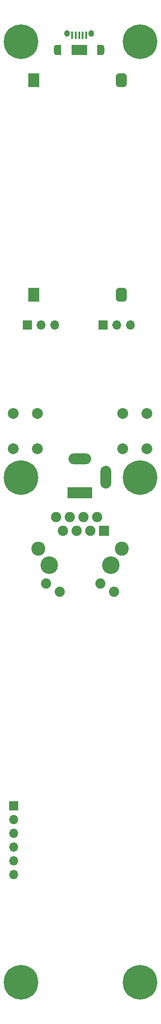
<source format=gbr>
%TF.GenerationSoftware,KiCad,Pcbnew,6.0.6-3a73a75311~116~ubuntu20.04.1*%
%TF.CreationDate,2022-07-20T09:27:06+02:00*%
%TF.ProjectId,MCH-light,4d43482d-6c69-4676-9874-2e6b69636164,rev?*%
%TF.SameCoordinates,Original*%
%TF.FileFunction,Soldermask,Bot*%
%TF.FilePolarity,Negative*%
%FSLAX46Y46*%
G04 Gerber Fmt 4.6, Leading zero omitted, Abs format (unit mm)*
G04 Created by KiCad (PCBNEW 6.0.6-3a73a75311~116~ubuntu20.04.1) date 2022-07-20 09:27:06*
%MOMM*%
%LPD*%
G01*
G04 APERTURE LIST*
G04 Aperture macros list*
%AMRoundRect*
0 Rectangle with rounded corners*
0 $1 Rounding radius*
0 $2 $3 $4 $5 $6 $7 $8 $9 X,Y pos of 4 corners*
0 Add a 4 corners polygon primitive as box body*
4,1,4,$2,$3,$4,$5,$6,$7,$8,$9,$2,$3,0*
0 Add four circle primitives for the rounded corners*
1,1,$1+$1,$2,$3*
1,1,$1+$1,$4,$5*
1,1,$1+$1,$6,$7*
1,1,$1+$1,$8,$9*
0 Add four rect primitives between the rounded corners*
20,1,$1+$1,$2,$3,$4,$5,0*
20,1,$1+$1,$4,$5,$6,$7,0*
20,1,$1+$1,$6,$7,$8,$9,0*
20,1,$1+$1,$8,$9,$2,$3,0*%
G04 Aperture macros list end*
%ADD10R,1.700000X1.700000*%
%ADD11O,1.700000X1.700000*%
%ADD12C,6.400000*%
%ADD13C,3.250000*%
%ADD14C,2.600000*%
%ADD15C,1.890000*%
%ADD16R,1.900000X1.900000*%
%ADD17C,1.900000*%
%ADD18R,4.600000X2.000000*%
%ADD19O,4.200000X2.000000*%
%ADD20O,2.000000X4.200000*%
%ADD21RoundRect,0.500000X-0.500000X0.750000X-0.500000X-0.750000X0.500000X-0.750000X0.500000X0.750000X0*%
%ADD22R,2.000000X2.500000*%
%ADD23C,2.000000*%
%ADD24R,0.400000X1.350000*%
%ADD25R,0.875000X1.900000*%
%ADD26O,1.050000X1.250000*%
%ADD27O,1.000000X1.900000*%
%ADD28R,2.900000X1.900000*%
G04 APERTURE END LIST*
D10*
%TO.C,J1*%
X117627000Y-162839000D03*
D11*
X117627000Y-165379000D03*
X117627000Y-167919000D03*
X117627000Y-170459000D03*
X117627000Y-172999000D03*
X117627000Y-175539000D03*
%TD*%
D12*
%TO.C,H1*%
X141104000Y-102197017D03*
%TD*%
D10*
%TO.C,J8*%
X134237820Y-73978017D03*
D11*
X136777820Y-73978017D03*
X139317820Y-73978017D03*
%TD*%
D12*
%TO.C,H5*%
X141104000Y-195415017D03*
%TD*%
D10*
%TO.C,J9*%
X120142000Y-73978017D03*
D11*
X122682000Y-73978017D03*
X125222000Y-73978017D03*
%TD*%
D12*
%TO.C,H6*%
X119006000Y-195415017D03*
%TD*%
%TO.C,H4*%
X141104000Y-21679017D03*
%TD*%
%TO.C,H3*%
X119005999Y-21679017D03*
%TD*%
%TO.C,H2*%
X119006000Y-102197017D03*
%TD*%
D13*
%TO.C,J7*%
X124240000Y-118340000D03*
X135670000Y-118340000D03*
D14*
X137730000Y-115290000D03*
X122180000Y-115290000D03*
D15*
X123630000Y-121720000D03*
X126170000Y-123240000D03*
X133740000Y-121720000D03*
X136280000Y-123240000D03*
D16*
X134400000Y-112000000D03*
D17*
X133130000Y-109460000D03*
X131860000Y-112000000D03*
X130590000Y-109460000D03*
X129320000Y-112000000D03*
X128050000Y-109460000D03*
X126780000Y-112000000D03*
X125510000Y-109460000D03*
%TD*%
D18*
%TO.C,J2*%
X129936000Y-104991017D03*
D19*
X129936000Y-98691017D03*
D20*
X134736000Y-102091017D03*
%TD*%
D21*
%TO.C,U6*%
X137625000Y-28767000D03*
D22*
X121343000Y-28767000D03*
X121343000Y-68433000D03*
D21*
X137625000Y-68433000D03*
%TD*%
D23*
%TO.C,SW1*%
X142374000Y-90363017D03*
X142374000Y-96863017D03*
X137874000Y-90363017D03*
X137874000Y-96863017D03*
%TD*%
%TO.C,SW2*%
X122054000Y-90363017D03*
X122054000Y-96863017D03*
X117554000Y-90363017D03*
X117554000Y-96863017D03*
%TD*%
D24*
%TO.C,J5*%
X128494000Y-20506017D03*
X129144000Y-20506017D03*
X129794000Y-20506017D03*
X130444000Y-20506017D03*
X131094000Y-20506017D03*
D25*
X126056500Y-23181017D03*
D26*
X132019000Y-20181017D03*
D27*
X133969000Y-23181017D03*
D28*
X129794000Y-23181017D03*
D27*
X125619000Y-23181017D03*
D26*
X127569000Y-20181017D03*
D25*
X133531500Y-23181017D03*
%TD*%
M02*

</source>
